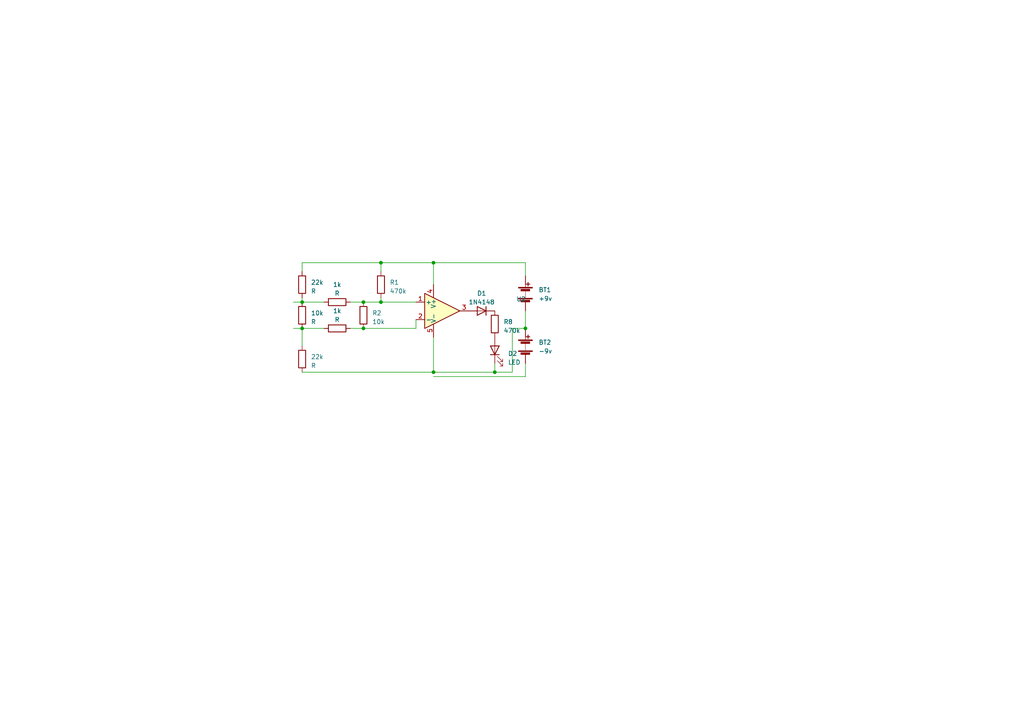
<source format=kicad_sch>
(kicad_sch (version 20230121) (generator eeschema)

  (uuid 25a62971-7f7d-4127-94e7-69e09162b638)

  (paper "A4")

  (lib_symbols
    (symbol "Device:Battery" (pin_numbers hide) (pin_names (offset 0) hide) (in_bom yes) (on_board yes)
      (property "Reference" "BT" (at 2.54 2.54 0)
        (effects (font (size 1.27 1.27)) (justify left))
      )
      (property "Value" "Battery" (at 2.54 0 0)
        (effects (font (size 1.27 1.27)) (justify left))
      )
      (property "Footprint" "" (at 0 1.524 90)
        (effects (font (size 1.27 1.27)) hide)
      )
      (property "Datasheet" "~" (at 0 1.524 90)
        (effects (font (size 1.27 1.27)) hide)
      )
      (property "ki_keywords" "batt voltage-source cell" (at 0 0 0)
        (effects (font (size 1.27 1.27)) hide)
      )
      (property "ki_description" "Multiple-cell battery" (at 0 0 0)
        (effects (font (size 1.27 1.27)) hide)
      )
      (symbol "Battery_0_1"
        (rectangle (start -2.032 -1.397) (end 2.032 -1.651)
          (stroke (width 0) (type default))
          (fill (type outline))
        )
        (rectangle (start -2.032 1.778) (end 2.032 1.524)
          (stroke (width 0) (type default))
          (fill (type outline))
        )
        (rectangle (start -1.3208 -1.9812) (end 1.27 -2.4892)
          (stroke (width 0) (type default))
          (fill (type outline))
        )
        (rectangle (start -1.3208 1.1938) (end 1.27 0.6858)
          (stroke (width 0) (type default))
          (fill (type outline))
        )
        (polyline
          (pts
            (xy 0 -1.524)
            (xy 0 -1.27)
          )
          (stroke (width 0) (type default))
          (fill (type none))
        )
        (polyline
          (pts
            (xy 0 -1.016)
            (xy 0 -0.762)
          )
          (stroke (width 0) (type default))
          (fill (type none))
        )
        (polyline
          (pts
            (xy 0 -0.508)
            (xy 0 -0.254)
          )
          (stroke (width 0) (type default))
          (fill (type none))
        )
        (polyline
          (pts
            (xy 0 0)
            (xy 0 0.254)
          )
          (stroke (width 0) (type default))
          (fill (type none))
        )
        (polyline
          (pts
            (xy 0 0.508)
            (xy 0 0.762)
          )
          (stroke (width 0) (type default))
          (fill (type none))
        )
        (polyline
          (pts
            (xy 0 1.778)
            (xy 0 2.54)
          )
          (stroke (width 0) (type default))
          (fill (type none))
        )
        (polyline
          (pts
            (xy 0.254 2.667)
            (xy 1.27 2.667)
          )
          (stroke (width 0.254) (type default))
          (fill (type none))
        )
        (polyline
          (pts
            (xy 0.762 3.175)
            (xy 0.762 2.159)
          )
          (stroke (width 0.254) (type default))
          (fill (type none))
        )
      )
      (symbol "Battery_1_1"
        (pin passive line (at 0 5.08 270) (length 2.54)
          (name "+" (effects (font (size 1.27 1.27))))
          (number "1" (effects (font (size 1.27 1.27))))
        )
        (pin passive line (at 0 -5.08 90) (length 2.54)
          (name "-" (effects (font (size 1.27 1.27))))
          (number "2" (effects (font (size 1.27 1.27))))
        )
      )
    )
    (symbol "Device:LED" (pin_numbers hide) (pin_names (offset 1.016) hide) (in_bom yes) (on_board yes)
      (property "Reference" "D" (at 0 2.54 0)
        (effects (font (size 1.27 1.27)))
      )
      (property "Value" "LED" (at 0 -2.54 0)
        (effects (font (size 1.27 1.27)))
      )
      (property "Footprint" "" (at 0 0 0)
        (effects (font (size 1.27 1.27)) hide)
      )
      (property "Datasheet" "~" (at 0 0 0)
        (effects (font (size 1.27 1.27)) hide)
      )
      (property "ki_keywords" "LED diode" (at 0 0 0)
        (effects (font (size 1.27 1.27)) hide)
      )
      (property "ki_description" "Light emitting diode" (at 0 0 0)
        (effects (font (size 1.27 1.27)) hide)
      )
      (property "ki_fp_filters" "LED* LED_SMD:* LED_THT:*" (at 0 0 0)
        (effects (font (size 1.27 1.27)) hide)
      )
      (symbol "LED_0_1"
        (polyline
          (pts
            (xy -1.27 -1.27)
            (xy -1.27 1.27)
          )
          (stroke (width 0.254) (type default))
          (fill (type none))
        )
        (polyline
          (pts
            (xy -1.27 0)
            (xy 1.27 0)
          )
          (stroke (width 0) (type default))
          (fill (type none))
        )
        (polyline
          (pts
            (xy 1.27 -1.27)
            (xy 1.27 1.27)
            (xy -1.27 0)
            (xy 1.27 -1.27)
          )
          (stroke (width 0.254) (type default))
          (fill (type none))
        )
        (polyline
          (pts
            (xy -3.048 -0.762)
            (xy -4.572 -2.286)
            (xy -3.81 -2.286)
            (xy -4.572 -2.286)
            (xy -4.572 -1.524)
          )
          (stroke (width 0) (type default))
          (fill (type none))
        )
        (polyline
          (pts
            (xy -1.778 -0.762)
            (xy -3.302 -2.286)
            (xy -2.54 -2.286)
            (xy -3.302 -2.286)
            (xy -3.302 -1.524)
          )
          (stroke (width 0) (type default))
          (fill (type none))
        )
      )
      (symbol "LED_1_1"
        (pin passive line (at -3.81 0 0) (length 2.54)
          (name "K" (effects (font (size 1.27 1.27))))
          (number "1" (effects (font (size 1.27 1.27))))
        )
        (pin passive line (at 3.81 0 180) (length 2.54)
          (name "A" (effects (font (size 1.27 1.27))))
          (number "2" (effects (font (size 1.27 1.27))))
        )
      )
    )
    (symbol "Device:R" (pin_numbers hide) (pin_names (offset 0)) (in_bom yes) (on_board yes)
      (property "Reference" "R" (at 2.032 0 90)
        (effects (font (size 1.27 1.27)))
      )
      (property "Value" "R" (at 0 0 90)
        (effects (font (size 1.27 1.27)))
      )
      (property "Footprint" "" (at -1.778 0 90)
        (effects (font (size 1.27 1.27)) hide)
      )
      (property "Datasheet" "~" (at 0 0 0)
        (effects (font (size 1.27 1.27)) hide)
      )
      (property "ki_keywords" "R res resistor" (at 0 0 0)
        (effects (font (size 1.27 1.27)) hide)
      )
      (property "ki_description" "Resistor" (at 0 0 0)
        (effects (font (size 1.27 1.27)) hide)
      )
      (property "ki_fp_filters" "R_*" (at 0 0 0)
        (effects (font (size 1.27 1.27)) hide)
      )
      (symbol "R_0_1"
        (rectangle (start -1.016 -2.54) (end 1.016 2.54)
          (stroke (width 0.254) (type default))
          (fill (type none))
        )
      )
      (symbol "R_1_1"
        (pin passive line (at 0 3.81 270) (length 1.27)
          (name "~" (effects (font (size 1.27 1.27))))
          (number "1" (effects (font (size 1.27 1.27))))
        )
        (pin passive line (at 0 -3.81 90) (length 1.27)
          (name "~" (effects (font (size 1.27 1.27))))
          (number "2" (effects (font (size 1.27 1.27))))
        )
      )
    )
    (symbol "Diode:1N4148" (pin_numbers hide) (pin_names hide) (in_bom yes) (on_board yes)
      (property "Reference" "D" (at 0 2.54 0)
        (effects (font (size 1.27 1.27)))
      )
      (property "Value" "1N4148" (at 0 -2.54 0)
        (effects (font (size 1.27 1.27)))
      )
      (property "Footprint" "Diode_THT:D_DO-35_SOD27_P7.62mm_Horizontal" (at 0 0 0)
        (effects (font (size 1.27 1.27)) hide)
      )
      (property "Datasheet" "https://assets.nexperia.com/documents/data-sheet/1N4148_1N4448.pdf" (at 0 0 0)
        (effects (font (size 1.27 1.27)) hide)
      )
      (property "Sim.Device" "D" (at 0 0 0)
        (effects (font (size 1.27 1.27)) hide)
      )
      (property "Sim.Pins" "1=K 2=A" (at 0 0 0)
        (effects (font (size 1.27 1.27)) hide)
      )
      (property "ki_keywords" "diode" (at 0 0 0)
        (effects (font (size 1.27 1.27)) hide)
      )
      (property "ki_description" "100V 0.15A standard switching diode, DO-35" (at 0 0 0)
        (effects (font (size 1.27 1.27)) hide)
      )
      (property "ki_fp_filters" "D*DO?35*" (at 0 0 0)
        (effects (font (size 1.27 1.27)) hide)
      )
      (symbol "1N4148_0_1"
        (polyline
          (pts
            (xy -1.27 1.27)
            (xy -1.27 -1.27)
          )
          (stroke (width 0.254) (type default))
          (fill (type none))
        )
        (polyline
          (pts
            (xy 1.27 0)
            (xy -1.27 0)
          )
          (stroke (width 0) (type default))
          (fill (type none))
        )
        (polyline
          (pts
            (xy 1.27 1.27)
            (xy 1.27 -1.27)
            (xy -1.27 0)
            (xy 1.27 1.27)
          )
          (stroke (width 0.254) (type default))
          (fill (type none))
        )
      )
      (symbol "1N4148_1_1"
        (pin passive line (at -3.81 0 0) (length 2.54)
          (name "K" (effects (font (size 1.27 1.27))))
          (number "1" (effects (font (size 1.27 1.27))))
        )
        (pin passive line (at 3.81 0 180) (length 2.54)
          (name "A" (effects (font (size 1.27 1.27))))
          (number "2" (effects (font (size 1.27 1.27))))
        )
      )
    )
    (symbol "Simulation_SPICE:OPAMP" (pin_names (offset 0.254)) (in_bom yes) (on_board yes)
      (property "Reference" "U" (at 3.81 3.175 0)
        (effects (font (size 1.27 1.27)) (justify left))
      )
      (property "Value" "${SIM.PARAMS}" (at 3.81 -3.175 0)
        (effects (font (size 1.27 1.27)) (justify left))
      )
      (property "Footprint" "" (at 0 0 0)
        (effects (font (size 1.27 1.27)) hide)
      )
      (property "Datasheet" "~" (at 0 0 0)
        (effects (font (size 1.27 1.27)) hide)
      )
      (property "Sim.Pins" "1=1 2=2 3=3 4=4 5=5" (at 0 0 0)
        (effects (font (size 1.27 1.27)) hide)
      )
      (property "Sim.Device" "SPICE" (at 0 0 0)
        (effects (font (size 1.27 1.27)) (justify left) hide)
      )
      (property "Sim.Params" "type=\"X\" model=\"OPAMP\" lib=\"\"" (at 0 0 0)
        (effects (font (size 1.27 1.27)) hide)
      )
      (property "ki_keywords" "simulation" (at 0 0 0)
        (effects (font (size 1.27 1.27)) hide)
      )
      (property "ki_description" "Operational amplifier, single, node sequence=1:+ 2:- 3:OUT 4:V+ 5:V-" (at 0 0 0)
        (effects (font (size 1.27 1.27)) hide)
      )
      (symbol "OPAMP_0_1"
        (polyline
          (pts
            (xy 5.08 0)
            (xy -5.08 5.08)
            (xy -5.08 -5.08)
            (xy 5.08 0)
          )
          (stroke (width 0.254) (type default))
          (fill (type background))
        )
      )
      (symbol "OPAMP_1_1"
        (pin input line (at -7.62 2.54 0) (length 2.54)
          (name "+" (effects (font (size 1.27 1.27))))
          (number "1" (effects (font (size 1.27 1.27))))
        )
        (pin input line (at -7.62 -2.54 0) (length 2.54)
          (name "-" (effects (font (size 1.27 1.27))))
          (number "2" (effects (font (size 1.27 1.27))))
        )
        (pin output line (at 7.62 0 180) (length 2.54)
          (name "~" (effects (font (size 1.27 1.27))))
          (number "3" (effects (font (size 1.27 1.27))))
        )
        (pin power_in line (at -2.54 7.62 270) (length 3.81)
          (name "V+" (effects (font (size 1.27 1.27))))
          (number "4" (effects (font (size 1.27 1.27))))
        )
        (pin power_in line (at -2.54 -7.62 90) (length 3.81)
          (name "V-" (effects (font (size 1.27 1.27))))
          (number "5" (effects (font (size 1.27 1.27))))
        )
      )
    )
  )

  (junction (at 105.41 87.63) (diameter 0) (color 0 0 0 0)
    (uuid 3557ec4a-6f08-459f-98ae-570f2ec4cc7d)
  )
  (junction (at 125.73 107.95) (diameter 0) (color 0 0 0 0)
    (uuid 4e9c58cc-d148-4d45-8cd9-5c43776d4305)
  )
  (junction (at 110.49 87.63) (diameter 0) (color 0 0 0 0)
    (uuid 778193dc-3466-4c5f-a1d7-03378b15dabb)
  )
  (junction (at 143.51 107.95) (diameter 0) (color 0 0 0 0)
    (uuid 96aea0e5-fbd3-422c-b67d-b43a26ac1e80)
  )
  (junction (at 87.63 87.63) (diameter 0) (color 0 0 0 0)
    (uuid 97511fb7-95fd-4113-bdd1-44e7e4fd1f40)
  )
  (junction (at 152.4 95.25) (diameter 0) (color 0 0 0 0)
    (uuid a5a41f3a-e8b9-40ee-9862-0fec6613fbab)
  )
  (junction (at 125.73 76.2) (diameter 0) (color 0 0 0 0)
    (uuid c900c304-4414-4399-8d59-c800be4bebaa)
  )
  (junction (at 110.49 76.2) (diameter 0) (color 0 0 0 0)
    (uuid d39fe2cc-de7c-4453-9f94-29b92b03e238)
  )
  (junction (at 105.41 95.25) (diameter 0) (color 0 0 0 0)
    (uuid dc02fe74-92ce-4b7f-be1a-f50bc8c4b24a)
  )
  (junction (at 87.63 95.25) (diameter 0) (color 0 0 0 0)
    (uuid fa7d3619-61af-4038-85ac-fda967833ab0)
  )

  (wire (pts (xy 105.41 95.25) (xy 120.65 95.25))
    (stroke (width 0) (type default))
    (uuid 06a4df7b-a238-4dcd-af6d-4cacb68ec600)
  )
  (wire (pts (xy 87.63 107.95) (xy 125.73 107.95))
    (stroke (width 0) (type default))
    (uuid 09125d3d-7675-4beb-b1c5-444b9d63d677)
  )
  (wire (pts (xy 110.49 87.63) (xy 120.65 87.63))
    (stroke (width 0) (type default))
    (uuid 126c3a2e-56cc-4559-b48f-bb17b1dbf23b)
  )
  (wire (pts (xy 110.49 86.36) (xy 110.49 87.63))
    (stroke (width 0) (type default))
    (uuid 13ec4bc2-ce90-40f8-b4a3-a18d38ac71ae)
  )
  (wire (pts (xy 125.73 109.22) (xy 152.4 109.22))
    (stroke (width 0) (type default))
    (uuid 1f6fd91e-0956-40cd-8dab-de9662c052d9)
  )
  (wire (pts (xy 152.4 76.2) (xy 152.4 80.01))
    (stroke (width 0) (type default))
    (uuid 2df3b7fb-6cc1-43eb-89f2-575f6ab43fbf)
  )
  (wire (pts (xy 148.59 107.95) (xy 148.59 95.25))
    (stroke (width 0) (type default))
    (uuid 33d6eb02-f4b6-4d23-87f5-4d46a692e26e)
  )
  (wire (pts (xy 148.59 95.25) (xy 152.4 95.25))
    (stroke (width 0) (type default))
    (uuid 39e91822-e93f-4286-b537-e47e7d1e1852)
  )
  (wire (pts (xy 152.4 109.22) (xy 152.4 105.41))
    (stroke (width 0) (type default))
    (uuid 479a19c4-b648-4b99-8079-605074b78c55)
  )
  (wire (pts (xy 87.63 95.25) (xy 93.98 95.25))
    (stroke (width 0) (type default))
    (uuid 4c7680b3-2b8e-4d06-b541-8feb3b5d075b)
  )
  (wire (pts (xy 110.49 76.2) (xy 125.73 76.2))
    (stroke (width 0) (type default))
    (uuid 4cd65786-75a0-428a-a813-3a1146e5a2ae)
  )
  (wire (pts (xy 152.4 90.17) (xy 152.4 95.25))
    (stroke (width 0) (type default))
    (uuid 582f3978-fbc4-4d18-9a62-f2ca2d90c3a3)
  )
  (wire (pts (xy 143.51 107.95) (xy 148.59 107.95))
    (stroke (width 0) (type default))
    (uuid 5c5bb16f-8438-4a15-8fe8-669d06f1f39f)
  )
  (wire (pts (xy 85.09 95.25) (xy 87.63 95.25))
    (stroke (width 0) (type default))
    (uuid 61fc0bf1-24bf-4472-8482-f2a3f666bd8f)
  )
  (wire (pts (xy 105.41 87.63) (xy 110.49 87.63))
    (stroke (width 0) (type default))
    (uuid 6e8f2926-0738-4b0c-a3c3-e01e77f85b66)
  )
  (wire (pts (xy 101.6 87.63) (xy 105.41 87.63))
    (stroke (width 0) (type default))
    (uuid 79f55aa0-ebf3-40fe-ae86-31f37879e76c)
  )
  (wire (pts (xy 125.73 76.2) (xy 152.4 76.2))
    (stroke (width 0) (type default))
    (uuid 82750a55-79f8-4e02-9dd3-48e00db54c58)
  )
  (wire (pts (xy 87.63 78.74) (xy 87.63 76.2))
    (stroke (width 0) (type default))
    (uuid 8cd6cd88-a599-4161-b4a1-dc5ee3ed5957)
  )
  (wire (pts (xy 101.6 95.25) (xy 105.41 95.25))
    (stroke (width 0) (type default))
    (uuid aafee132-aea0-4268-ab3f-88a08b15d9ba)
  )
  (wire (pts (xy 87.63 95.25) (xy 87.63 100.33))
    (stroke (width 0) (type default))
    (uuid aebfa56c-9b67-47e5-9d54-4cee23bd709d)
  )
  (wire (pts (xy 125.73 76.2) (xy 125.73 82.55))
    (stroke (width 0) (type default))
    (uuid bcf82a12-bc34-49bc-9d7d-dea509fff77d)
  )
  (wire (pts (xy 87.63 76.2) (xy 110.49 76.2))
    (stroke (width 0) (type default))
    (uuid bf55ec25-f3e3-451f-abfd-21e933e33ec3)
  )
  (wire (pts (xy 120.65 92.71) (xy 120.65 95.25))
    (stroke (width 0) (type default))
    (uuid c06fff5e-665c-42da-aa63-7b79f1d3de80)
  )
  (wire (pts (xy 143.51 105.41) (xy 143.51 107.95))
    (stroke (width 0) (type default))
    (uuid cc746082-fbe4-47b8-a509-ce6f0eada3ac)
  )
  (wire (pts (xy 110.49 76.2) (xy 110.49 78.74))
    (stroke (width 0) (type default))
    (uuid db2aa1f2-41ba-4570-9923-3d545eaaf9fe)
  )
  (wire (pts (xy 125.73 107.95) (xy 143.51 107.95))
    (stroke (width 0) (type default))
    (uuid eba74d95-79d5-49e1-bd41-113c032a2b29)
  )
  (wire (pts (xy 125.73 97.79) (xy 125.73 107.95))
    (stroke (width 0) (type default))
    (uuid eeb6e26c-235c-443b-ae48-b15063630b76)
  )
  (wire (pts (xy 87.63 86.36) (xy 87.63 87.63))
    (stroke (width 0) (type default))
    (uuid f8879d8b-0287-4cf2-860c-43a434ee7142)
  )
  (wire (pts (xy 85.09 87.63) (xy 87.63 87.63))
    (stroke (width 0) (type default))
    (uuid fb5fa627-de2d-42e0-a028-155ce13222f2)
  )
  (wire (pts (xy 87.63 87.63) (xy 93.98 87.63))
    (stroke (width 0) (type default))
    (uuid fe6f7cca-58d5-4c25-b4ed-c33bdb89b45a)
  )

  (symbol (lib_id "Device:Battery") (at 152.4 100.33 0) (unit 1)
    (in_bom yes) (on_board yes) (dnp no) (fields_autoplaced)
    (uuid 008c1141-1466-40f0-a2f0-479a8f8fa9ae)
    (property "Reference" "BT2" (at 156.21 99.314 0)
      (effects (font (size 1.27 1.27)) (justify left))
    )
    (property "Value" "-9v" (at 156.21 101.854 0)
      (effects (font (size 1.27 1.27)) (justify left))
    )
    (property "Footprint" "" (at 152.4 98.806 90)
      (effects (font (size 1.27 1.27)) hide)
    )
    (property "Datasheet" "~" (at 152.4 98.806 90)
      (effects (font (size 1.27 1.27)) hide)
    )
    (pin "1" (uuid 893e7f31-2cd2-4f8d-9ed2-fbcb50420a23))
    (pin "2" (uuid e2d0862f-aa06-41db-a965-3432abe31a77))
    (instances
      (project "tester probe"
        (path "/25a62971-7f7d-4127-94e7-69e09162b638"
          (reference "BT2") (unit 1)
        )
      )
    )
  )

  (symbol (lib_id "Device:R") (at 97.79 95.25 270) (unit 1)
    (in_bom yes) (on_board yes) (dnp no) (fields_autoplaced)
    (uuid 0556d916-adeb-4720-ad9b-9995df7e84c3)
    (property "Reference" "1k" (at 97.79 90.17 90)
      (effects (font (size 1.27 1.27)))
    )
    (property "Value" "R" (at 97.79 92.71 90)
      (effects (font (size 1.27 1.27)))
    )
    (property "Footprint" "" (at 97.79 93.472 90)
      (effects (font (size 1.27 1.27)) hide)
    )
    (property "Datasheet" "~" (at 97.79 95.25 0)
      (effects (font (size 1.27 1.27)) hide)
    )
    (pin "1" (uuid 300f2852-1110-4144-a77b-50c55e3c580f))
    (pin "2" (uuid c4532f90-d7b6-4f13-b373-3765eb3fcc4b))
    (instances
      (project "tester probe"
        (path "/25a62971-7f7d-4127-94e7-69e09162b638"
          (reference "1k") (unit 1)
        )
      )
    )
  )

  (symbol (lib_id "Device:Battery") (at 152.4 85.09 0) (unit 1)
    (in_bom yes) (on_board yes) (dnp no) (fields_autoplaced)
    (uuid 0674ba38-ffcb-41e4-bfbf-8b63a06772d0)
    (property "Reference" "BT1" (at 156.21 84.074 0)
      (effects (font (size 1.27 1.27)) (justify left))
    )
    (property "Value" "+9v" (at 156.21 86.614 0)
      (effects (font (size 1.27 1.27)) (justify left))
    )
    (property "Footprint" "" (at 152.4 83.566 90)
      (effects (font (size 1.27 1.27)) hide)
    )
    (property "Datasheet" "~" (at 152.4 83.566 90)
      (effects (font (size 1.27 1.27)) hide)
    )
    (pin "1" (uuid 986104de-d49f-4d1a-a11c-3cce053557f2))
    (pin "2" (uuid d2e3df4f-a75c-48c7-8407-e846522900c2))
    (instances
      (project "tester probe"
        (path "/25a62971-7f7d-4127-94e7-69e09162b638"
          (reference "BT1") (unit 1)
        )
      )
    )
  )

  (symbol (lib_id "Device:R") (at 105.41 91.44 0) (unit 1)
    (in_bom yes) (on_board yes) (dnp no) (fields_autoplaced)
    (uuid 2bc75c7e-80e2-487f-bd83-f1842b24d1b8)
    (property "Reference" "R2" (at 107.95 90.805 0)
      (effects (font (size 1.27 1.27)) (justify left))
    )
    (property "Value" "10k" (at 107.95 93.345 0)
      (effects (font (size 1.27 1.27)) (justify left))
    )
    (property "Footprint" "" (at 103.632 91.44 90)
      (effects (font (size 1.27 1.27)) hide)
    )
    (property "Datasheet" "~" (at 105.41 91.44 0)
      (effects (font (size 1.27 1.27)) hide)
    )
    (pin "1" (uuid 15da43d5-4413-405c-ac80-c90eccb06e26))
    (pin "2" (uuid d7f740cc-053c-4dfe-a7e4-4eceaa103bcf))
    (instances
      (project "tester probe"
        (path "/25a62971-7f7d-4127-94e7-69e09162b638"
          (reference "R2") (unit 1)
        )
      )
    )
  )

  (symbol (lib_id "Simulation_SPICE:OPAMP") (at 128.27 90.17 0) (unit 1)
    (in_bom yes) (on_board yes) (dnp no) (fields_autoplaced)
    (uuid 430c5420-e218-4893-80d7-0727a1530725)
    (property "Reference" "U2" (at 151.13 86.7411 0)
      (effects (font (size 1.27 1.27)))
    )
    (property "Value" "${SIM.PARAMS}" (at 151.13 89.2811 0)
      (effects (font (size 1.27 1.27)) hide)
    )
    (property "Footprint" "" (at 128.27 90.17 0)
      (effects (font (size 1.27 1.27)) hide)
    )
    (property "Datasheet" "~" (at 128.27 90.17 0)
      (effects (font (size 1.27 1.27)) hide)
    )
    (property "Sim.Pins" "1=1 2=2 3=3 4=4 5=5" (at 128.27 90.17 0)
      (effects (font (size 1.27 1.27)) hide)
    )
    (property "Sim.Device" "SPICE" (at 128.27 90.17 0)
      (effects (font (size 1.27 1.27)) (justify left) hide)
    )
    (property "Sim.Params" "type=\"X\" model=\"OPAMP\" lib=\"\"" (at 128.27 90.17 0)
      (effects (font (size 1.27 1.27)) hide)
    )
    (pin "1" (uuid b5df4118-1de4-4471-b2b2-418aa11ceee9))
    (pin "2" (uuid b1ecdb27-a7e1-4c8b-955c-ba073564d815))
    (pin "3" (uuid 85305840-5c69-4405-bfe9-f89c2febd901))
    (pin "4" (uuid 26bb2eca-b577-423b-bf55-0e5fc0d11b8b))
    (pin "5" (uuid 5858570a-6506-44a9-abb9-d40e54015aa9))
    (instances
      (project "tester probe"
        (path "/25a62971-7f7d-4127-94e7-69e09162b638"
          (reference "U2") (unit 1)
        )
      )
    )
  )

  (symbol (lib_id "Device:R") (at 87.63 82.55 0) (unit 1)
    (in_bom yes) (on_board yes) (dnp no) (fields_autoplaced)
    (uuid 6d5b01bc-cad5-4de8-8bd8-0ed1062aca34)
    (property "Reference" "22k" (at 90.17 81.915 0)
      (effects (font (size 1.27 1.27)) (justify left))
    )
    (property "Value" "R" (at 90.17 84.455 0)
      (effects (font (size 1.27 1.27)) (justify left))
    )
    (property "Footprint" "" (at 85.852 82.55 90)
      (effects (font (size 1.27 1.27)) hide)
    )
    (property "Datasheet" "~" (at 87.63 82.55 0)
      (effects (font (size 1.27 1.27)) hide)
    )
    (pin "1" (uuid adcf3f6b-b22a-4b25-8e74-769fd5afa311))
    (pin "2" (uuid 42266f8e-827a-4f12-b92f-b7931514d586))
    (instances
      (project "tester probe"
        (path "/25a62971-7f7d-4127-94e7-69e09162b638"
          (reference "22k") (unit 1)
        )
      )
    )
  )

  (symbol (lib_id "Device:R") (at 110.49 82.55 0) (unit 1)
    (in_bom yes) (on_board yes) (dnp no) (fields_autoplaced)
    (uuid 9c32aa74-210b-4768-8515-100ef3483ff6)
    (property "Reference" "R1" (at 113.03 81.915 0)
      (effects (font (size 1.27 1.27)) (justify left))
    )
    (property "Value" "470k" (at 113.03 84.455 0)
      (effects (font (size 1.27 1.27)) (justify left))
    )
    (property "Footprint" "" (at 108.712 82.55 90)
      (effects (font (size 1.27 1.27)) hide)
    )
    (property "Datasheet" "~" (at 110.49 82.55 0)
      (effects (font (size 1.27 1.27)) hide)
    )
    (pin "1" (uuid 9ddcf09c-065d-43ca-9e4d-c9ebef75522e))
    (pin "2" (uuid 307fc63b-2df8-417b-8b61-9b9cdaccda68))
    (instances
      (project "tester probe"
        (path "/25a62971-7f7d-4127-94e7-69e09162b638"
          (reference "R1") (unit 1)
        )
      )
    )
  )

  (symbol (lib_id "Diode:1N4148") (at 139.7 90.17 180) (unit 1)
    (in_bom yes) (on_board yes) (dnp no) (fields_autoplaced)
    (uuid a567993b-9a4a-4a9a-9952-d965d0a5d274)
    (property "Reference" "D1" (at 139.7 85.09 0)
      (effects (font (size 1.27 1.27)))
    )
    (property "Value" "1N4148" (at 139.7 87.63 0)
      (effects (font (size 1.27 1.27)))
    )
    (property "Footprint" "Diode_THT:D_DO-35_SOD27_P7.62mm_Horizontal" (at 139.7 90.17 0)
      (effects (font (size 1.27 1.27)) hide)
    )
    (property "Datasheet" "https://assets.nexperia.com/documents/data-sheet/1N4148_1N4448.pdf" (at 139.7 90.17 0)
      (effects (font (size 1.27 1.27)) hide)
    )
    (property "Sim.Device" "D" (at 139.7 90.17 0)
      (effects (font (size 1.27 1.27)) hide)
    )
    (property "Sim.Pins" "1=K 2=A" (at 139.7 90.17 0)
      (effects (font (size 1.27 1.27)) hide)
    )
    (pin "1" (uuid 61dae672-215b-4942-b801-2a44bce664b9))
    (pin "2" (uuid 13e90a21-b19f-4d6e-9d7e-51c0fc22fe45))
    (instances
      (project "tester probe"
        (path "/25a62971-7f7d-4127-94e7-69e09162b638"
          (reference "D1") (unit 1)
        )
      )
    )
  )

  (symbol (lib_id "Device:R") (at 143.51 93.98 0) (unit 1)
    (in_bom yes) (on_board yes) (dnp no) (fields_autoplaced)
    (uuid d61cd413-5cb0-4671-aa18-62a790691ae4)
    (property "Reference" "R8" (at 146.05 93.345 0)
      (effects (font (size 1.27 1.27)) (justify left))
    )
    (property "Value" "470k" (at 146.05 95.885 0)
      (effects (font (size 1.27 1.27)) (justify left))
    )
    (property "Footprint" "" (at 141.732 93.98 90)
      (effects (font (size 1.27 1.27)) hide)
    )
    (property "Datasheet" "~" (at 143.51 93.98 0)
      (effects (font (size 1.27 1.27)) hide)
    )
    (pin "1" (uuid ed87bafd-0bba-4ca9-ac56-626570266176))
    (pin "2" (uuid 9e99d987-d82b-48d5-bdb6-32126877eb30))
    (instances
      (project "tester probe"
        (path "/25a62971-7f7d-4127-94e7-69e09162b638"
          (reference "R8") (unit 1)
        )
      )
    )
  )

  (symbol (lib_id "Device:R") (at 97.79 87.63 270) (unit 1)
    (in_bom yes) (on_board yes) (dnp no) (fields_autoplaced)
    (uuid d633516c-a2c1-4459-985a-92652ec8aa1a)
    (property "Reference" "1k" (at 97.79 82.55 90)
      (effects (font (size 1.27 1.27)))
    )
    (property "Value" "R" (at 97.79 85.09 90)
      (effects (font (size 1.27 1.27)))
    )
    (property "Footprint" "" (at 97.79 85.852 90)
      (effects (font (size 1.27 1.27)) hide)
    )
    (property "Datasheet" "~" (at 97.79 87.63 0)
      (effects (font (size 1.27 1.27)) hide)
    )
    (pin "1" (uuid 4f1236e9-372e-4e6c-b5ca-ab6975992e4d))
    (pin "2" (uuid ab4fd83e-08dc-4cc5-a83a-94a9b5d060c2))
    (instances
      (project "tester probe"
        (path "/25a62971-7f7d-4127-94e7-69e09162b638"
          (reference "1k") (unit 1)
        )
      )
    )
  )

  (symbol (lib_id "Device:R") (at 87.63 104.14 0) (unit 1)
    (in_bom yes) (on_board yes) (dnp no) (fields_autoplaced)
    (uuid e384200f-7ac5-40e8-ab31-a998f8c6a7eb)
    (property "Reference" "22k" (at 90.17 103.505 0)
      (effects (font (size 1.27 1.27)) (justify left))
    )
    (property "Value" "R" (at 90.17 106.045 0)
      (effects (font (size 1.27 1.27)) (justify left))
    )
    (property "Footprint" "" (at 85.852 104.14 90)
      (effects (font (size 1.27 1.27)) hide)
    )
    (property "Datasheet" "~" (at 87.63 104.14 0)
      (effects (font (size 1.27 1.27)) hide)
    )
    (pin "1" (uuid a1258cc3-e0c5-4296-8883-47a968a7cf54))
    (pin "2" (uuid a51b5f56-6a07-42a0-87d5-bef998781b5b))
    (instances
      (project "tester probe"
        (path "/25a62971-7f7d-4127-94e7-69e09162b638"
          (reference "22k") (unit 1)
        )
      )
    )
  )

  (symbol (lib_id "Device:R") (at 87.63 91.44 0) (unit 1)
    (in_bom yes) (on_board yes) (dnp no) (fields_autoplaced)
    (uuid e7bfcc2b-339e-41c1-be97-bfd5ff4bf603)
    (property "Reference" "10k" (at 90.17 90.805 0)
      (effects (font (size 1.27 1.27)) (justify left))
    )
    (property "Value" "R" (at 90.17 93.345 0)
      (effects (font (size 1.27 1.27)) (justify left))
    )
    (property "Footprint" "" (at 85.852 91.44 90)
      (effects (font (size 1.27 1.27)) hide)
    )
    (property "Datasheet" "~" (at 87.63 91.44 0)
      (effects (font (size 1.27 1.27)) hide)
    )
    (pin "1" (uuid 3be8f1b8-1eed-48a7-a733-668503dbd89d))
    (pin "2" (uuid 20efd46f-65bd-46ca-9fd2-168d0336fac1))
    (instances
      (project "tester probe"
        (path "/25a62971-7f7d-4127-94e7-69e09162b638"
          (reference "10k") (unit 1)
        )
      )
    )
  )

  (symbol (lib_id "Device:LED") (at 143.51 101.6 90) (unit 1)
    (in_bom yes) (on_board yes) (dnp no) (fields_autoplaced)
    (uuid f06b2e84-6cda-4284-9415-f06af25a2406)
    (property "Reference" "D2" (at 147.32 102.5525 90)
      (effects (font (size 1.27 1.27)) (justify right))
    )
    (property "Value" "LED" (at 147.32 105.0925 90)
      (effects (font (size 1.27 1.27)) (justify right))
    )
    (property "Footprint" "" (at 143.51 101.6 0)
      (effects (font (size 1.27 1.27)) hide)
    )
    (property "Datasheet" "~" (at 143.51 101.6 0)
      (effects (font (size 1.27 1.27)) hide)
    )
    (pin "1" (uuid 07a08a8f-45e1-4021-9a8e-4a5db1e65471))
    (pin "2" (uuid 3647b18c-fab5-44aa-a63e-6da249bb8775))
    (instances
      (project "tester probe"
        (path "/25a62971-7f7d-4127-94e7-69e09162b638"
          (reference "D2") (unit 1)
        )
      )
    )
  )

  (sheet_instances
    (path "/" (page "1"))
  )
)

</source>
